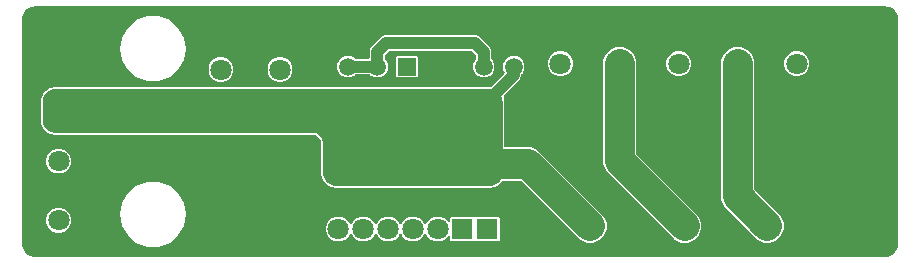
<source format=gbr>
G04 EAGLE Gerber RS-274X export*
G75*
%MOMM*%
%FSLAX34Y34*%
%LPD*%
%INTop Copper*%
%IPPOS*%
%AMOC8*
5,1,8,0,0,1.08239X$1,22.5*%
G01*
%ADD10R,1.800000X1.800000*%
%ADD11C,1.800000*%
%ADD12C,2.250000*%
%ADD13R,1.508000X1.508000*%
%ADD14C,1.508000*%
%ADD15C,2.500000*%
%ADD16C,1.000000*%

G36*
X735046Y-105993D02*
X735046Y-105993D01*
X735087Y-105995D01*
X736824Y-105844D01*
X736918Y-105822D01*
X736995Y-105813D01*
X738679Y-105362D01*
X738768Y-105324D01*
X738843Y-105303D01*
X740422Y-104566D01*
X740503Y-104513D01*
X740573Y-104479D01*
X742001Y-103479D01*
X742072Y-103413D01*
X742134Y-103367D01*
X743367Y-102134D01*
X743425Y-102057D01*
X743479Y-102001D01*
X744479Y-100573D01*
X744518Y-100495D01*
X744563Y-100428D01*
X744563Y-100427D01*
X744566Y-100422D01*
X745303Y-98843D01*
X745331Y-98750D01*
X745362Y-98679D01*
X745813Y-96995D01*
X745825Y-96899D01*
X745844Y-96824D01*
X745995Y-95087D01*
X745993Y-95041D01*
X745999Y-95000D01*
X745999Y95000D01*
X745993Y95046D01*
X745995Y95087D01*
X745844Y96824D01*
X745822Y96918D01*
X745813Y96995D01*
X745362Y98679D01*
X745324Y98768D01*
X745303Y98843D01*
X744566Y100422D01*
X744513Y100503D01*
X744479Y100573D01*
X743479Y102001D01*
X743413Y102072D01*
X743367Y102134D01*
X742134Y103367D01*
X742057Y103425D01*
X742001Y103479D01*
X740573Y104479D01*
X740487Y104523D01*
X740422Y104566D01*
X738843Y105303D01*
X738750Y105331D01*
X738679Y105362D01*
X736995Y105813D01*
X736899Y105825D01*
X736824Y105844D01*
X735087Y105995D01*
X735041Y105993D01*
X735000Y105999D01*
X15000Y105999D01*
X14954Y105993D01*
X14913Y105995D01*
X13176Y105844D01*
X13082Y105822D01*
X13005Y105813D01*
X11321Y105362D01*
X11232Y105324D01*
X11158Y105303D01*
X9578Y104566D01*
X9497Y104513D01*
X9427Y104479D01*
X7999Y103479D01*
X7928Y103413D01*
X7866Y103367D01*
X6633Y102134D01*
X6575Y102057D01*
X6521Y102001D01*
X5521Y100573D01*
X5477Y100487D01*
X5434Y100422D01*
X5363Y100270D01*
X4897Y99271D01*
X4697Y98843D01*
X4669Y98750D01*
X4638Y98679D01*
X4187Y96995D01*
X4175Y96899D01*
X4157Y96824D01*
X4005Y95087D01*
X4007Y95041D01*
X4001Y95000D01*
X4001Y-95000D01*
X4007Y-95046D01*
X4005Y-95087D01*
X4157Y-96824D01*
X4178Y-96918D01*
X4187Y-96995D01*
X4638Y-98679D01*
X4676Y-98768D01*
X4697Y-98843D01*
X5434Y-100422D01*
X5487Y-100503D01*
X5521Y-100573D01*
X6521Y-102001D01*
X6587Y-102072D01*
X6633Y-102134D01*
X7866Y-103367D01*
X7943Y-103425D01*
X7999Y-103479D01*
X9427Y-104479D01*
X9513Y-104523D01*
X9578Y-104566D01*
X11158Y-105303D01*
X11250Y-105331D01*
X11321Y-105362D01*
X13005Y-105813D01*
X13101Y-105825D01*
X13176Y-105844D01*
X14913Y-105995D01*
X14959Y-105993D01*
X15000Y-105999D01*
X735000Y-105999D01*
X735046Y-105993D01*
G37*
%LPC*%
G36*
X482210Y-94025D02*
X482210Y-94025D01*
X477056Y-91890D01*
X426983Y-41817D01*
X426907Y-41760D01*
X426835Y-41695D01*
X426794Y-41675D01*
X426758Y-41648D01*
X426668Y-41614D01*
X426581Y-41572D01*
X426539Y-41566D01*
X426494Y-41549D01*
X426366Y-41539D01*
X426277Y-41525D01*
X411372Y-41525D01*
X411244Y-41543D01*
X411116Y-41558D01*
X411105Y-41563D01*
X411092Y-41565D01*
X410975Y-41617D01*
X410856Y-41668D01*
X410847Y-41676D01*
X410835Y-41681D01*
X410738Y-41764D01*
X410638Y-41846D01*
X410631Y-41856D01*
X410621Y-41864D01*
X410467Y-42100D01*
X410466Y-42101D01*
X410466Y-42102D01*
X410424Y-42191D01*
X410392Y-42222D01*
X410377Y-42250D01*
X410356Y-42273D01*
X410327Y-42331D01*
X409664Y-42995D01*
X409606Y-43072D01*
X409552Y-43129D01*
X409017Y-43892D01*
X408980Y-43917D01*
X408960Y-43942D01*
X408936Y-43961D01*
X408898Y-44013D01*
X408129Y-44552D01*
X408058Y-44618D01*
X407995Y-44664D01*
X407336Y-45323D01*
X407295Y-45341D01*
X407271Y-45362D01*
X407244Y-45376D01*
X407197Y-45421D01*
X406346Y-45818D01*
X406265Y-45871D01*
X406196Y-45905D01*
X405432Y-46440D01*
X405389Y-46451D01*
X405362Y-46467D01*
X405332Y-46477D01*
X405278Y-46513D01*
X404372Y-46756D01*
X404283Y-46794D01*
X404208Y-46815D01*
X403363Y-47209D01*
X403318Y-47213D01*
X403289Y-47224D01*
X403258Y-47228D01*
X403199Y-47254D01*
X402264Y-47336D01*
X402169Y-47358D01*
X402092Y-47367D01*
X401337Y-47569D01*
X401328Y-47567D01*
X401293Y-47553D01*
X401146Y-47539D01*
X401055Y-47525D01*
X400154Y-47525D01*
X400108Y-47531D01*
X400067Y-47529D01*
X399123Y-47611D01*
X399120Y-47610D01*
X399069Y-47595D01*
X399022Y-47572D01*
X398944Y-47560D01*
X398849Y-47533D01*
X398777Y-47534D01*
X398717Y-47525D01*
X271283Y-47525D01*
X271230Y-47532D01*
X271178Y-47530D01*
X271091Y-47552D01*
X271003Y-47565D01*
X270955Y-47586D01*
X270904Y-47599D01*
X270883Y-47612D01*
X269933Y-47529D01*
X269887Y-47531D01*
X269846Y-47525D01*
X268945Y-47525D01*
X268839Y-47540D01*
X268733Y-47548D01*
X268702Y-47559D01*
X268665Y-47565D01*
X268659Y-47568D01*
X267908Y-47367D01*
X267812Y-47355D01*
X267736Y-47336D01*
X266808Y-47255D01*
X266768Y-47236D01*
X266737Y-47231D01*
X266708Y-47219D01*
X266643Y-47212D01*
X265792Y-46815D01*
X265700Y-46787D01*
X265628Y-46756D01*
X264728Y-46515D01*
X264692Y-46488D01*
X264662Y-46478D01*
X264636Y-46461D01*
X264573Y-46444D01*
X263804Y-45905D01*
X263718Y-45861D01*
X263654Y-45818D01*
X262809Y-45424D01*
X262778Y-45392D01*
X262750Y-45377D01*
X262727Y-45356D01*
X262669Y-45327D01*
X262005Y-44664D01*
X261928Y-44606D01*
X261871Y-44552D01*
X261108Y-44017D01*
X261083Y-43980D01*
X261058Y-43960D01*
X261039Y-43936D01*
X260987Y-43898D01*
X260448Y-43129D01*
X260382Y-43058D01*
X260336Y-42995D01*
X259677Y-42336D01*
X259659Y-42295D01*
X259638Y-42271D01*
X259624Y-42244D01*
X259579Y-42197D01*
X259182Y-41346D01*
X259129Y-41265D01*
X259095Y-41196D01*
X258560Y-40432D01*
X258549Y-40389D01*
X258533Y-40362D01*
X258523Y-40332D01*
X258487Y-40278D01*
X258244Y-39371D01*
X258206Y-39283D01*
X258185Y-39208D01*
X257791Y-38363D01*
X257787Y-38318D01*
X257776Y-38289D01*
X257772Y-38258D01*
X257746Y-38199D01*
X257664Y-37264D01*
X257642Y-37169D01*
X257633Y-37092D01*
X257431Y-36337D01*
X257433Y-36327D01*
X257447Y-36293D01*
X257451Y-36245D01*
X257463Y-36206D01*
X257464Y-36125D01*
X257475Y-36055D01*
X257475Y-35154D01*
X257469Y-35108D01*
X257471Y-35067D01*
X257389Y-34123D01*
X257390Y-34120D01*
X257405Y-34069D01*
X257428Y-34022D01*
X257440Y-33944D01*
X257467Y-33849D01*
X257466Y-33777D01*
X257475Y-33717D01*
X257475Y-10154D01*
X257469Y-10108D01*
X257471Y-10067D01*
X257360Y-8791D01*
X257338Y-8696D01*
X257330Y-8619D01*
X257038Y-7531D01*
X257000Y-7442D01*
X256978Y-7367D01*
X256502Y-6346D01*
X256450Y-6265D01*
X256415Y-6196D01*
X255769Y-5273D01*
X255703Y-5202D01*
X255657Y-5139D01*
X254861Y-4343D01*
X254783Y-4285D01*
X254727Y-4231D01*
X253804Y-3585D01*
X253718Y-3541D01*
X253654Y-3498D01*
X252633Y-3022D01*
X252540Y-2993D01*
X252469Y-2962D01*
X251381Y-2670D01*
X251285Y-2659D01*
X251209Y-2640D01*
X249933Y-2529D01*
X249887Y-2531D01*
X249846Y-2525D01*
X33783Y-2525D01*
X33730Y-2532D01*
X33678Y-2530D01*
X33591Y-2552D01*
X33503Y-2565D01*
X33455Y-2586D01*
X33404Y-2599D01*
X33383Y-2612D01*
X32433Y-2529D01*
X32387Y-2531D01*
X32346Y-2525D01*
X31445Y-2525D01*
X31339Y-2540D01*
X31233Y-2548D01*
X31202Y-2559D01*
X31165Y-2565D01*
X31159Y-2568D01*
X30408Y-2367D01*
X30312Y-2355D01*
X30236Y-2336D01*
X29308Y-2255D01*
X29268Y-2236D01*
X29237Y-2231D01*
X29208Y-2219D01*
X29143Y-2212D01*
X28292Y-1815D01*
X28200Y-1787D01*
X28128Y-1756D01*
X27228Y-1515D01*
X27192Y-1488D01*
X27162Y-1478D01*
X27136Y-1461D01*
X27073Y-1444D01*
X26304Y-905D01*
X26218Y-861D01*
X26154Y-818D01*
X25309Y-424D01*
X25278Y-392D01*
X25250Y-377D01*
X25227Y-356D01*
X25169Y-327D01*
X24505Y336D01*
X24428Y394D01*
X24371Y448D01*
X23608Y983D01*
X23583Y1020D01*
X23558Y1040D01*
X23539Y1064D01*
X23487Y1102D01*
X22948Y1871D01*
X22882Y1942D01*
X22836Y2005D01*
X22177Y2664D01*
X22159Y2705D01*
X22138Y2729D01*
X22124Y2756D01*
X22079Y2803D01*
X21682Y3654D01*
X21629Y3735D01*
X21595Y3804D01*
X21060Y4568D01*
X21049Y4611D01*
X21033Y4638D01*
X21023Y4668D01*
X20987Y4722D01*
X20744Y5628D01*
X20706Y5717D01*
X20685Y5792D01*
X20291Y6637D01*
X20287Y6682D01*
X20276Y6711D01*
X20272Y6742D01*
X20246Y6801D01*
X20164Y7736D01*
X20142Y7831D01*
X20133Y7908D01*
X19931Y8663D01*
X19933Y8672D01*
X19947Y8707D01*
X19961Y8854D01*
X19975Y8945D01*
X19975Y9846D01*
X19969Y9892D01*
X19971Y9933D01*
X19889Y10877D01*
X19890Y10880D01*
X19905Y10931D01*
X19928Y10978D01*
X19940Y11056D01*
X19967Y11151D01*
X19966Y11223D01*
X19975Y11283D01*
X19975Y23717D01*
X19968Y23770D01*
X19970Y23822D01*
X19948Y23909D01*
X19935Y23997D01*
X19914Y24045D01*
X19901Y24096D01*
X19888Y24117D01*
X19971Y25067D01*
X19969Y25113D01*
X19975Y25154D01*
X19975Y26055D01*
X19960Y26161D01*
X19952Y26267D01*
X19941Y26298D01*
X19935Y26335D01*
X19932Y26341D01*
X20133Y27092D01*
X20145Y27188D01*
X20164Y27264D01*
X20245Y28192D01*
X20264Y28232D01*
X20269Y28263D01*
X20281Y28292D01*
X20288Y28357D01*
X20343Y28475D01*
X20343Y28476D01*
X20685Y29208D01*
X20713Y29300D01*
X20744Y29371D01*
X20985Y30272D01*
X21012Y30308D01*
X21022Y30338D01*
X21039Y30364D01*
X21056Y30427D01*
X21595Y31196D01*
X21639Y31282D01*
X21682Y31346D01*
X21741Y31473D01*
X21741Y31474D01*
X22076Y32191D01*
X22108Y32222D01*
X22123Y32250D01*
X22144Y32273D01*
X22173Y32331D01*
X22836Y32995D01*
X22894Y33072D01*
X22948Y33129D01*
X23483Y33892D01*
X23520Y33917D01*
X23540Y33942D01*
X23564Y33961D01*
X23602Y34013D01*
X24371Y34552D01*
X24442Y34618D01*
X24505Y34664D01*
X25164Y35323D01*
X25205Y35341D01*
X25229Y35362D01*
X25256Y35376D01*
X25303Y35421D01*
X26154Y35818D01*
X26235Y35871D01*
X26304Y35905D01*
X27068Y36440D01*
X27111Y36451D01*
X27138Y36467D01*
X27168Y36477D01*
X27222Y36513D01*
X28129Y36756D01*
X28217Y36794D01*
X28292Y36815D01*
X29137Y37209D01*
X29182Y37213D01*
X29211Y37224D01*
X29242Y37228D01*
X29301Y37254D01*
X30236Y37336D01*
X30331Y37358D01*
X30408Y37367D01*
X31163Y37569D01*
X31172Y37567D01*
X31207Y37553D01*
X31354Y37539D01*
X31445Y37525D01*
X32346Y37525D01*
X32392Y37531D01*
X32433Y37529D01*
X33377Y37611D01*
X33380Y37610D01*
X33431Y37595D01*
X33478Y37572D01*
X33556Y37560D01*
X33651Y37533D01*
X33723Y37534D01*
X33783Y37525D01*
X398717Y37525D01*
X398770Y37532D01*
X398822Y37530D01*
X398909Y37552D01*
X398997Y37565D01*
X399045Y37586D01*
X399096Y37599D01*
X399117Y37612D01*
X400067Y37529D01*
X400113Y37531D01*
X400154Y37525D01*
X400383Y37525D01*
X400478Y37538D01*
X400575Y37543D01*
X400618Y37558D01*
X400663Y37565D01*
X400750Y37604D01*
X400841Y37636D01*
X400875Y37661D01*
X400920Y37681D01*
X401017Y37764D01*
X401090Y37817D01*
X412367Y49094D01*
X412373Y49102D01*
X412380Y49108D01*
X412457Y49215D01*
X412536Y49320D01*
X412540Y49329D01*
X412545Y49336D01*
X412589Y49460D01*
X412636Y49584D01*
X412637Y49593D01*
X412640Y49602D01*
X412647Y49734D01*
X412658Y49865D01*
X412656Y49874D01*
X412656Y49884D01*
X412638Y49959D01*
X412600Y50141D01*
X412589Y50162D01*
X412584Y50183D01*
X411335Y53197D01*
X411335Y56803D01*
X412715Y60135D01*
X415265Y62685D01*
X418597Y64065D01*
X422203Y64065D01*
X425535Y62685D01*
X428085Y60135D01*
X429465Y56803D01*
X429465Y53197D01*
X428085Y49865D01*
X427217Y48998D01*
X427160Y48921D01*
X427095Y48850D01*
X427075Y48809D01*
X427048Y48772D01*
X427014Y48682D01*
X426972Y48596D01*
X426966Y48554D01*
X426949Y48509D01*
X426939Y48381D01*
X426925Y48291D01*
X426925Y46602D01*
X425931Y44204D01*
X412030Y30303D01*
X412011Y30278D01*
X411987Y30257D01*
X411927Y30165D01*
X411861Y30077D01*
X411850Y30048D01*
X411833Y30022D01*
X411800Y29916D01*
X411761Y29813D01*
X411759Y29782D01*
X411750Y29752D01*
X411748Y29642D01*
X411740Y29532D01*
X411746Y29502D01*
X411746Y29470D01*
X411771Y29383D01*
X411797Y29256D01*
X411820Y29214D01*
X411831Y29174D01*
X412209Y28363D01*
X412213Y28318D01*
X412224Y28289D01*
X412228Y28258D01*
X412254Y28199D01*
X412336Y27264D01*
X412358Y27169D01*
X412367Y27092D01*
X412569Y26337D01*
X412567Y26328D01*
X412553Y26293D01*
X412539Y26146D01*
X412525Y26055D01*
X412525Y25154D01*
X412531Y25108D01*
X412529Y25067D01*
X412611Y24123D01*
X412610Y24120D01*
X412595Y24069D01*
X412572Y24022D01*
X412560Y23944D01*
X412533Y23849D01*
X412534Y23777D01*
X412525Y23717D01*
X412525Y-12476D01*
X412534Y-12540D01*
X412533Y-12604D01*
X412554Y-12679D01*
X412565Y-12755D01*
X412591Y-12814D01*
X412608Y-12876D01*
X412649Y-12942D01*
X412681Y-13012D01*
X412723Y-13061D01*
X412756Y-13116D01*
X412814Y-13168D01*
X412864Y-13226D01*
X412918Y-13262D01*
X412966Y-13305D01*
X413035Y-13338D01*
X413100Y-13381D01*
X413162Y-13400D01*
X413219Y-13428D01*
X413289Y-13439D01*
X413370Y-13463D01*
X413455Y-13464D01*
X413524Y-13475D01*
X435290Y-13475D01*
X440444Y-15610D01*
X444530Y-19696D01*
X496890Y-72056D01*
X499025Y-77210D01*
X499025Y-82790D01*
X496890Y-87944D01*
X492944Y-91890D01*
X487790Y-94025D01*
X482210Y-94025D01*
G37*
%LPD*%
G36*
X400046Y-45993D02*
X400046Y-45993D01*
X400087Y-45995D01*
X401824Y-45844D01*
X401918Y-45822D01*
X401995Y-45813D01*
X403679Y-45362D01*
X403768Y-45324D01*
X403843Y-45303D01*
X405422Y-44566D01*
X405503Y-44513D01*
X405573Y-44479D01*
X407001Y-43479D01*
X407072Y-43413D01*
X407134Y-43367D01*
X408367Y-42134D01*
X408425Y-42057D01*
X408479Y-42001D01*
X409479Y-40573D01*
X409518Y-40495D01*
X409563Y-40428D01*
X409563Y-40427D01*
X409566Y-40422D01*
X410303Y-38843D01*
X410331Y-38750D01*
X410362Y-38679D01*
X410813Y-36995D01*
X410825Y-36899D01*
X410844Y-36824D01*
X410995Y-35087D01*
X410993Y-35041D01*
X410999Y-35000D01*
X410999Y25000D01*
X410993Y25046D01*
X410995Y25087D01*
X410844Y26824D01*
X410822Y26918D01*
X410813Y26995D01*
X410362Y28679D01*
X410324Y28768D01*
X410303Y28843D01*
X409566Y30422D01*
X409513Y30503D01*
X409479Y30573D01*
X408479Y32001D01*
X408413Y32072D01*
X408367Y32134D01*
X407134Y33367D01*
X407057Y33425D01*
X407001Y33479D01*
X405573Y34479D01*
X405487Y34523D01*
X405422Y34566D01*
X403843Y35303D01*
X403750Y35331D01*
X403679Y35362D01*
X401995Y35813D01*
X401899Y35825D01*
X401824Y35844D01*
X400087Y35995D01*
X400041Y35993D01*
X400000Y35999D01*
X32500Y35999D01*
X32454Y35993D01*
X32413Y35995D01*
X30676Y35844D01*
X30582Y35822D01*
X30505Y35813D01*
X28821Y35362D01*
X28732Y35324D01*
X28658Y35303D01*
X27078Y34566D01*
X26997Y34513D01*
X26927Y34479D01*
X25499Y33479D01*
X25428Y33413D01*
X25366Y33367D01*
X24133Y32134D01*
X24075Y32057D01*
X24021Y32001D01*
X23021Y30573D01*
X22977Y30487D01*
X22934Y30422D01*
X22909Y30368D01*
X22909Y30367D01*
X22443Y29369D01*
X22443Y29368D01*
X22197Y28843D01*
X22169Y28750D01*
X22138Y28679D01*
X21687Y26995D01*
X21675Y26899D01*
X21657Y26824D01*
X21505Y25087D01*
X21507Y25041D01*
X21501Y25000D01*
X21501Y10000D01*
X21507Y9954D01*
X21505Y9913D01*
X21657Y8176D01*
X21678Y8082D01*
X21687Y8005D01*
X22138Y6321D01*
X22176Y6232D01*
X22197Y6158D01*
X22934Y4578D01*
X22987Y4497D01*
X23021Y4427D01*
X24021Y2999D01*
X24087Y2928D01*
X24133Y2866D01*
X25366Y1633D01*
X25443Y1575D01*
X25499Y1521D01*
X26927Y521D01*
X27013Y477D01*
X27078Y434D01*
X28658Y-303D01*
X28750Y-331D01*
X28821Y-362D01*
X30505Y-813D01*
X30601Y-825D01*
X30676Y-844D01*
X32413Y-995D01*
X32459Y-993D01*
X32500Y-999D01*
X249956Y-999D01*
X251562Y-1140D01*
X253077Y-1546D01*
X254498Y-2208D01*
X255783Y-3108D01*
X256892Y-4217D01*
X257792Y-5502D01*
X258454Y-6923D01*
X258860Y-8438D01*
X259001Y-10044D01*
X259001Y-35000D01*
X259007Y-35046D01*
X259005Y-35087D01*
X259157Y-36824D01*
X259178Y-36918D01*
X259187Y-36995D01*
X259638Y-38679D01*
X259676Y-38768D01*
X259697Y-38843D01*
X260434Y-40422D01*
X260487Y-40503D01*
X260521Y-40573D01*
X261521Y-42001D01*
X261587Y-42072D01*
X261633Y-42134D01*
X262866Y-43367D01*
X262943Y-43425D01*
X262999Y-43479D01*
X264427Y-44479D01*
X264513Y-44523D01*
X264578Y-44566D01*
X266158Y-45303D01*
X266250Y-45331D01*
X266321Y-45362D01*
X268005Y-45813D01*
X268101Y-45825D01*
X268176Y-45844D01*
X269913Y-45995D01*
X269959Y-45993D01*
X270000Y-45999D01*
X400000Y-45999D01*
X400046Y-45993D01*
G37*
%LPC*%
G36*
X562210Y-94025D02*
X562210Y-94025D01*
X557056Y-91890D01*
X498110Y-32944D01*
X495975Y-27790D01*
X495975Y60290D01*
X498110Y65444D01*
X502056Y69390D01*
X507210Y71525D01*
X512790Y71525D01*
X517944Y69390D01*
X521890Y65444D01*
X524025Y60290D01*
X524025Y-18777D01*
X524038Y-18872D01*
X524043Y-18968D01*
X524058Y-19011D01*
X524065Y-19056D01*
X524104Y-19144D01*
X524136Y-19234D01*
X524161Y-19269D01*
X524181Y-19313D01*
X524264Y-19410D01*
X524317Y-19483D01*
X576890Y-72056D01*
X579025Y-77210D01*
X579025Y-82790D01*
X576890Y-87944D01*
X572944Y-91890D01*
X567790Y-94025D01*
X562210Y-94025D01*
G37*
%LPD*%
%LPC*%
G36*
X632210Y-94025D02*
X632210Y-94025D01*
X627056Y-91890D01*
X598110Y-62944D01*
X595975Y-57790D01*
X595975Y60290D01*
X598110Y65444D01*
X602056Y69390D01*
X607210Y71525D01*
X612790Y71525D01*
X617944Y69390D01*
X621890Y65444D01*
X624025Y60290D01*
X624025Y-48777D01*
X624038Y-48872D01*
X624043Y-48968D01*
X624058Y-49011D01*
X624065Y-49056D01*
X624104Y-49144D01*
X624136Y-49234D01*
X624161Y-49269D01*
X624181Y-49313D01*
X624264Y-49410D01*
X624317Y-49483D01*
X646890Y-72056D01*
X649025Y-77210D01*
X649025Y-82790D01*
X646890Y-87944D01*
X642944Y-91890D01*
X637790Y-94025D01*
X632210Y-94025D01*
G37*
%LPD*%
%LPC*%
G36*
X269907Y-93025D02*
X269907Y-93025D01*
X266038Y-91422D01*
X263078Y-88462D01*
X261475Y-84594D01*
X261475Y-80407D01*
X263078Y-76538D01*
X266038Y-73578D01*
X269907Y-71975D01*
X274093Y-71975D01*
X277962Y-73578D01*
X280922Y-76538D01*
X281577Y-78118D01*
X281593Y-78146D01*
X281603Y-78176D01*
X281665Y-78267D01*
X281720Y-78361D01*
X281744Y-78383D01*
X281762Y-78409D01*
X281846Y-78479D01*
X281926Y-78554D01*
X281955Y-78568D01*
X281980Y-78589D01*
X282080Y-78632D01*
X282178Y-78681D01*
X282209Y-78687D01*
X282239Y-78700D01*
X282347Y-78714D01*
X282455Y-78734D01*
X282487Y-78731D01*
X282519Y-78735D01*
X282627Y-78717D01*
X282735Y-78707D01*
X282765Y-78695D01*
X282797Y-78690D01*
X282896Y-78643D01*
X282997Y-78602D01*
X283023Y-78582D01*
X283052Y-78569D01*
X283134Y-78496D01*
X283220Y-78429D01*
X283239Y-78403D01*
X283263Y-78381D01*
X283310Y-78304D01*
X283385Y-78200D01*
X283401Y-78154D01*
X283423Y-78118D01*
X284078Y-76538D01*
X287038Y-73578D01*
X290907Y-71975D01*
X295093Y-71975D01*
X298962Y-73578D01*
X301922Y-76538D01*
X302577Y-78118D01*
X302593Y-78146D01*
X302603Y-78176D01*
X302665Y-78267D01*
X302720Y-78361D01*
X302744Y-78383D01*
X302762Y-78409D01*
X302847Y-78479D01*
X302926Y-78554D01*
X302955Y-78568D01*
X302980Y-78589D01*
X303080Y-78632D01*
X303178Y-78681D01*
X303209Y-78687D01*
X303239Y-78700D01*
X303347Y-78714D01*
X303455Y-78734D01*
X303487Y-78731D01*
X303519Y-78735D01*
X303627Y-78717D01*
X303735Y-78707D01*
X303765Y-78695D01*
X303797Y-78690D01*
X303896Y-78643D01*
X303997Y-78602D01*
X304023Y-78582D01*
X304052Y-78569D01*
X304134Y-78496D01*
X304220Y-78429D01*
X304239Y-78403D01*
X304263Y-78381D01*
X304310Y-78304D01*
X304385Y-78200D01*
X304401Y-78154D01*
X304423Y-78118D01*
X305078Y-76538D01*
X308038Y-73578D01*
X311907Y-71975D01*
X316093Y-71975D01*
X319962Y-73578D01*
X322922Y-76538D01*
X323577Y-78118D01*
X323593Y-78146D01*
X323603Y-78176D01*
X323665Y-78267D01*
X323720Y-78361D01*
X323744Y-78383D01*
X323762Y-78409D01*
X323846Y-78479D01*
X323926Y-78554D01*
X323955Y-78568D01*
X323980Y-78589D01*
X324080Y-78632D01*
X324178Y-78681D01*
X324209Y-78687D01*
X324239Y-78700D01*
X324347Y-78714D01*
X324455Y-78734D01*
X324487Y-78731D01*
X324519Y-78735D01*
X324627Y-78717D01*
X324735Y-78707D01*
X324765Y-78695D01*
X324797Y-78690D01*
X324896Y-78643D01*
X324997Y-78602D01*
X325023Y-78582D01*
X325052Y-78569D01*
X325134Y-78496D01*
X325220Y-78429D01*
X325239Y-78403D01*
X325263Y-78381D01*
X325310Y-78304D01*
X325385Y-78200D01*
X325401Y-78154D01*
X325423Y-78118D01*
X326078Y-76538D01*
X329038Y-73578D01*
X332907Y-71975D01*
X337093Y-71975D01*
X340962Y-73578D01*
X343922Y-76538D01*
X344577Y-78118D01*
X344593Y-78146D01*
X344603Y-78176D01*
X344665Y-78267D01*
X344720Y-78361D01*
X344744Y-78383D01*
X344762Y-78409D01*
X344847Y-78479D01*
X344926Y-78554D01*
X344955Y-78568D01*
X344980Y-78589D01*
X345080Y-78632D01*
X345178Y-78681D01*
X345209Y-78687D01*
X345239Y-78700D01*
X345347Y-78714D01*
X345455Y-78734D01*
X345487Y-78731D01*
X345519Y-78735D01*
X345627Y-78717D01*
X345735Y-78707D01*
X345765Y-78695D01*
X345797Y-78690D01*
X345896Y-78643D01*
X345997Y-78602D01*
X346023Y-78582D01*
X346052Y-78569D01*
X346134Y-78496D01*
X346220Y-78429D01*
X346239Y-78403D01*
X346263Y-78381D01*
X346310Y-78304D01*
X346385Y-78200D01*
X346401Y-78154D01*
X346423Y-78118D01*
X347078Y-76538D01*
X350038Y-73578D01*
X353907Y-71975D01*
X358093Y-71975D01*
X361962Y-73578D01*
X364769Y-76385D01*
X364795Y-76405D01*
X364816Y-76429D01*
X364908Y-76489D01*
X364995Y-76555D01*
X365025Y-76566D01*
X365052Y-76584D01*
X365157Y-76615D01*
X365259Y-76654D01*
X365291Y-76657D01*
X365322Y-76666D01*
X365431Y-76667D01*
X365540Y-76676D01*
X365572Y-76669D01*
X365604Y-76670D01*
X365709Y-76640D01*
X365816Y-76618D01*
X365845Y-76603D01*
X365876Y-76594D01*
X365969Y-76537D01*
X366065Y-76486D01*
X366088Y-76463D01*
X366116Y-76446D01*
X366189Y-76365D01*
X366267Y-76289D01*
X366283Y-76261D01*
X366305Y-76237D01*
X366352Y-76139D01*
X366406Y-76044D01*
X366414Y-76012D01*
X366428Y-75983D01*
X366442Y-75894D01*
X366471Y-75769D01*
X366469Y-75721D01*
X366475Y-75679D01*
X366475Y-72868D01*
X367368Y-71975D01*
X386632Y-71975D01*
X386793Y-72137D01*
X386845Y-72176D01*
X386890Y-72222D01*
X386957Y-72260D01*
X387019Y-72306D01*
X387079Y-72329D01*
X387135Y-72361D01*
X387210Y-72379D01*
X387283Y-72406D01*
X387347Y-72411D01*
X387410Y-72426D01*
X387487Y-72422D01*
X387564Y-72428D01*
X387627Y-72415D01*
X387691Y-72411D01*
X387764Y-72386D01*
X387840Y-72370D01*
X387897Y-72340D01*
X387958Y-72319D01*
X388014Y-72277D01*
X388089Y-72238D01*
X388150Y-72179D01*
X388207Y-72137D01*
X388368Y-71975D01*
X407632Y-71975D01*
X408525Y-72868D01*
X408525Y-92132D01*
X407632Y-93025D01*
X388368Y-93025D01*
X388207Y-92863D01*
X388155Y-92824D01*
X388110Y-92778D01*
X388043Y-92740D01*
X387981Y-92694D01*
X387921Y-92671D01*
X387865Y-92639D01*
X387790Y-92621D01*
X387717Y-92594D01*
X387653Y-92589D01*
X387591Y-92574D01*
X387513Y-92578D01*
X387436Y-92572D01*
X387373Y-92585D01*
X387309Y-92589D01*
X387236Y-92614D01*
X387160Y-92630D01*
X387103Y-92660D01*
X387042Y-92681D01*
X386986Y-92723D01*
X386911Y-92762D01*
X386850Y-92822D01*
X386793Y-92863D01*
X386632Y-93025D01*
X367368Y-93025D01*
X366475Y-92132D01*
X366475Y-89321D01*
X366471Y-89289D01*
X366473Y-89257D01*
X366451Y-89150D01*
X366435Y-89042D01*
X366422Y-89013D01*
X366416Y-88981D01*
X366364Y-88885D01*
X366319Y-88785D01*
X366298Y-88761D01*
X366283Y-88732D01*
X366207Y-88654D01*
X366136Y-88571D01*
X366109Y-88553D01*
X366086Y-88530D01*
X365991Y-88476D01*
X365900Y-88416D01*
X365869Y-88407D01*
X365841Y-88391D01*
X365735Y-88366D01*
X365630Y-88334D01*
X365598Y-88334D01*
X365567Y-88326D01*
X365457Y-88332D01*
X365348Y-88330D01*
X365317Y-88339D01*
X365285Y-88341D01*
X365182Y-88376D01*
X365076Y-88406D01*
X365049Y-88422D01*
X365018Y-88433D01*
X364945Y-88486D01*
X364836Y-88554D01*
X364804Y-88590D01*
X364769Y-88615D01*
X361962Y-91422D01*
X358093Y-93025D01*
X353907Y-93025D01*
X350038Y-91422D01*
X347078Y-88462D01*
X346423Y-86882D01*
X346407Y-86854D01*
X346397Y-86824D01*
X346335Y-86733D01*
X346280Y-86639D01*
X346256Y-86617D01*
X346238Y-86591D01*
X346154Y-86521D01*
X346074Y-86446D01*
X346045Y-86432D01*
X346020Y-86411D01*
X345920Y-86368D01*
X345822Y-86319D01*
X345791Y-86313D01*
X345761Y-86300D01*
X345653Y-86286D01*
X345545Y-86266D01*
X345513Y-86269D01*
X345481Y-86265D01*
X345373Y-86283D01*
X345265Y-86293D01*
X345235Y-86305D01*
X345203Y-86310D01*
X345104Y-86357D01*
X345003Y-86398D01*
X344977Y-86418D01*
X344948Y-86431D01*
X344866Y-86504D01*
X344780Y-86571D01*
X344761Y-86597D01*
X344737Y-86619D01*
X344690Y-86696D01*
X344615Y-86800D01*
X344599Y-86846D01*
X344577Y-86882D01*
X343922Y-88462D01*
X340962Y-91422D01*
X337093Y-93025D01*
X332907Y-93025D01*
X329038Y-91422D01*
X326078Y-88462D01*
X325423Y-86882D01*
X325407Y-86854D01*
X325397Y-86824D01*
X325335Y-86733D01*
X325280Y-86639D01*
X325256Y-86617D01*
X325238Y-86591D01*
X325153Y-86521D01*
X325074Y-86446D01*
X325045Y-86432D01*
X325020Y-86411D01*
X324920Y-86368D01*
X324822Y-86319D01*
X324791Y-86313D01*
X324761Y-86300D01*
X324653Y-86286D01*
X324545Y-86266D01*
X324513Y-86269D01*
X324481Y-86265D01*
X324373Y-86283D01*
X324265Y-86293D01*
X324235Y-86305D01*
X324203Y-86310D01*
X324104Y-86357D01*
X324003Y-86398D01*
X323977Y-86418D01*
X323948Y-86431D01*
X323866Y-86504D01*
X323780Y-86571D01*
X323761Y-86597D01*
X323737Y-86619D01*
X323690Y-86696D01*
X323615Y-86800D01*
X323599Y-86846D01*
X323577Y-86882D01*
X322922Y-88462D01*
X319962Y-91422D01*
X316093Y-93025D01*
X311907Y-93025D01*
X308038Y-91422D01*
X305078Y-88462D01*
X304423Y-86882D01*
X304407Y-86854D01*
X304397Y-86824D01*
X304335Y-86733D01*
X304280Y-86639D01*
X304256Y-86617D01*
X304238Y-86591D01*
X304154Y-86521D01*
X304074Y-86446D01*
X304045Y-86432D01*
X304020Y-86411D01*
X303920Y-86368D01*
X303822Y-86319D01*
X303791Y-86313D01*
X303761Y-86300D01*
X303653Y-86286D01*
X303545Y-86266D01*
X303513Y-86269D01*
X303481Y-86265D01*
X303373Y-86283D01*
X303265Y-86293D01*
X303235Y-86305D01*
X303203Y-86310D01*
X303104Y-86357D01*
X303003Y-86398D01*
X302977Y-86418D01*
X302948Y-86431D01*
X302866Y-86504D01*
X302780Y-86571D01*
X302761Y-86597D01*
X302737Y-86619D01*
X302690Y-86696D01*
X302615Y-86800D01*
X302599Y-86846D01*
X302577Y-86882D01*
X301922Y-88462D01*
X298962Y-91422D01*
X295093Y-93025D01*
X290907Y-93025D01*
X287038Y-91422D01*
X284078Y-88462D01*
X283423Y-86882D01*
X283407Y-86854D01*
X283397Y-86824D01*
X283335Y-86733D01*
X283280Y-86639D01*
X283256Y-86617D01*
X283238Y-86591D01*
X283153Y-86521D01*
X283074Y-86446D01*
X283045Y-86432D01*
X283020Y-86411D01*
X282920Y-86368D01*
X282822Y-86319D01*
X282791Y-86313D01*
X282761Y-86300D01*
X282653Y-86286D01*
X282545Y-86266D01*
X282513Y-86269D01*
X282481Y-86265D01*
X282373Y-86283D01*
X282265Y-86293D01*
X282235Y-86305D01*
X282203Y-86310D01*
X282104Y-86357D01*
X282003Y-86398D01*
X281977Y-86418D01*
X281948Y-86431D01*
X281866Y-86504D01*
X281780Y-86571D01*
X281761Y-86597D01*
X281737Y-86619D01*
X281690Y-86696D01*
X281615Y-86800D01*
X281599Y-86846D01*
X281577Y-86882D01*
X280922Y-88462D01*
X277962Y-91422D01*
X274093Y-93025D01*
X269907Y-93025D01*
G37*
%LPD*%
%LPC*%
G36*
X110140Y42440D02*
X110140Y42440D01*
X101007Y45764D01*
X93562Y52011D01*
X88702Y60428D01*
X87015Y70000D01*
X88702Y79572D01*
X93562Y87989D01*
X101007Y94236D01*
X110140Y97560D01*
X119860Y97560D01*
X128993Y94236D01*
X136438Y87989D01*
X141298Y79572D01*
X142985Y70000D01*
X141298Y60428D01*
X136438Y52011D01*
X128993Y45764D01*
X119860Y42440D01*
X110140Y42440D01*
G37*
%LPD*%
%LPC*%
G36*
X110140Y-97560D02*
X110140Y-97560D01*
X101007Y-94236D01*
X93562Y-87989D01*
X88702Y-79572D01*
X87015Y-70000D01*
X88702Y-60428D01*
X93562Y-52011D01*
X101007Y-45764D01*
X110140Y-42440D01*
X119860Y-42440D01*
X128993Y-45764D01*
X136438Y-52011D01*
X141298Y-60428D01*
X142985Y-70000D01*
X141298Y-79572D01*
X136438Y-87989D01*
X128993Y-94236D01*
X119860Y-97560D01*
X110140Y-97560D01*
G37*
%LPD*%
%LPC*%
G36*
X278197Y45935D02*
X278197Y45935D01*
X274865Y47315D01*
X272315Y49865D01*
X270935Y53197D01*
X270935Y56803D01*
X272315Y60135D01*
X274865Y62685D01*
X278197Y64065D01*
X281803Y64065D01*
X285135Y62685D01*
X286002Y61817D01*
X286079Y61760D01*
X286150Y61695D01*
X286191Y61675D01*
X286228Y61648D01*
X286318Y61614D01*
X286404Y61572D01*
X286446Y61566D01*
X286491Y61549D01*
X286619Y61539D01*
X286709Y61525D01*
X297476Y61525D01*
X297540Y61534D01*
X297604Y61533D01*
X297679Y61554D01*
X297755Y61565D01*
X297814Y61591D01*
X297876Y61608D01*
X297942Y61649D01*
X298012Y61681D01*
X298061Y61723D01*
X298116Y61756D01*
X298168Y61814D01*
X298226Y61864D01*
X298262Y61918D01*
X298305Y61966D01*
X298338Y62035D01*
X298381Y62100D01*
X298400Y62162D01*
X298428Y62219D01*
X298439Y62289D01*
X298463Y62370D01*
X298464Y62455D01*
X298475Y62524D01*
X298475Y68798D01*
X299469Y71196D01*
X308804Y80531D01*
X311202Y81525D01*
X388798Y81525D01*
X391196Y80531D01*
X393172Y78556D01*
X393172Y78555D01*
X400531Y71196D01*
X401525Y68798D01*
X401525Y61709D01*
X401538Y61614D01*
X401543Y61517D01*
X401558Y61474D01*
X401565Y61429D01*
X401604Y61342D01*
X401636Y61251D01*
X401661Y61217D01*
X401681Y61172D01*
X401764Y61075D01*
X401817Y61002D01*
X402685Y60135D01*
X404065Y56803D01*
X404065Y53197D01*
X402685Y49865D01*
X400135Y47315D01*
X396803Y45935D01*
X393197Y45935D01*
X389865Y47315D01*
X387315Y49865D01*
X385935Y53197D01*
X385935Y56803D01*
X387315Y60135D01*
X388183Y61002D01*
X388240Y61079D01*
X388305Y61150D01*
X388325Y61191D01*
X388352Y61228D01*
X388386Y61318D01*
X388428Y61404D01*
X388434Y61446D01*
X388451Y61492D01*
X388461Y61619D01*
X388475Y61709D01*
X388475Y64383D01*
X388462Y64478D01*
X388457Y64575D01*
X388442Y64618D01*
X388435Y64663D01*
X388396Y64750D01*
X388364Y64841D01*
X388339Y64875D01*
X388319Y64920D01*
X388236Y65017D01*
X388183Y65090D01*
X385090Y68183D01*
X385013Y68240D01*
X384942Y68305D01*
X384901Y68325D01*
X384864Y68352D01*
X384774Y68386D01*
X384688Y68428D01*
X384646Y68434D01*
X384601Y68451D01*
X384473Y68461D01*
X384383Y68475D01*
X315617Y68475D01*
X315522Y68462D01*
X315425Y68457D01*
X315382Y68442D01*
X315337Y68435D01*
X315250Y68396D01*
X315159Y68364D01*
X315125Y68339D01*
X315080Y68319D01*
X314983Y68236D01*
X314910Y68183D01*
X311817Y65090D01*
X311760Y65013D01*
X311695Y64942D01*
X311675Y64901D01*
X311648Y64864D01*
X311614Y64774D01*
X311572Y64688D01*
X311566Y64646D01*
X311549Y64601D01*
X311539Y64473D01*
X311525Y64383D01*
X311525Y61709D01*
X311538Y61614D01*
X311543Y61517D01*
X311558Y61474D01*
X311565Y61429D01*
X311604Y61342D01*
X311636Y61251D01*
X311661Y61217D01*
X311681Y61172D01*
X311764Y61075D01*
X311817Y61002D01*
X312685Y60135D01*
X314065Y56803D01*
X314065Y53197D01*
X312685Y49865D01*
X310135Y47315D01*
X306803Y45935D01*
X303197Y45935D01*
X299865Y47315D01*
X298998Y48183D01*
X298921Y48240D01*
X298850Y48305D01*
X298809Y48325D01*
X298772Y48352D01*
X298682Y48386D01*
X298596Y48428D01*
X298554Y48434D01*
X298509Y48451D01*
X298381Y48461D01*
X298291Y48475D01*
X286709Y48475D01*
X286613Y48462D01*
X286517Y48457D01*
X286474Y48442D01*
X286429Y48435D01*
X286342Y48396D01*
X286251Y48364D01*
X286217Y48339D01*
X286172Y48319D01*
X286075Y48236D01*
X286002Y48183D01*
X285135Y47315D01*
X281803Y45935D01*
X278197Y45935D01*
G37*
%LPD*%
%LPC*%
G36*
X657907Y46975D02*
X657907Y46975D01*
X654038Y48578D01*
X651078Y51538D01*
X649475Y55406D01*
X649475Y59593D01*
X651078Y63462D01*
X654038Y66422D01*
X657907Y68025D01*
X662093Y68025D01*
X665962Y66422D01*
X668922Y63462D01*
X670525Y59593D01*
X670525Y55406D01*
X668922Y51538D01*
X665962Y48578D01*
X662093Y46975D01*
X657907Y46975D01*
G37*
%LPD*%
%LPC*%
G36*
X557907Y46975D02*
X557907Y46975D01*
X554038Y48578D01*
X551078Y51538D01*
X549475Y55406D01*
X549475Y59593D01*
X551078Y63462D01*
X554038Y66422D01*
X557907Y68025D01*
X562093Y68025D01*
X565962Y66422D01*
X568922Y63462D01*
X570525Y59593D01*
X570525Y55406D01*
X568922Y51538D01*
X565962Y48578D01*
X562093Y46975D01*
X557907Y46975D01*
G37*
%LPD*%
%LPC*%
G36*
X457907Y46975D02*
X457907Y46975D01*
X454038Y48578D01*
X451078Y51538D01*
X449475Y55406D01*
X449475Y59593D01*
X451078Y63462D01*
X454038Y66422D01*
X457907Y68025D01*
X462093Y68025D01*
X465962Y66422D01*
X468922Y63462D01*
X470525Y59593D01*
X470525Y55406D01*
X468922Y51538D01*
X465962Y48578D01*
X462093Y46975D01*
X457907Y46975D01*
G37*
%LPD*%
%LPC*%
G36*
X220407Y41975D02*
X220407Y41975D01*
X216538Y43578D01*
X213578Y46538D01*
X211975Y50406D01*
X211975Y54593D01*
X213578Y58462D01*
X216538Y61422D01*
X220407Y63025D01*
X224593Y63025D01*
X228462Y61422D01*
X231422Y58462D01*
X233025Y54593D01*
X233025Y50406D01*
X231422Y46538D01*
X228462Y43578D01*
X224593Y41975D01*
X220407Y41975D01*
G37*
%LPD*%
%LPC*%
G36*
X170407Y41975D02*
X170407Y41975D01*
X166538Y43578D01*
X163578Y46538D01*
X161975Y50406D01*
X161975Y54593D01*
X163578Y58462D01*
X166538Y61422D01*
X170407Y63025D01*
X174593Y63025D01*
X178462Y61422D01*
X181422Y58462D01*
X183025Y54593D01*
X183025Y50406D01*
X181422Y46538D01*
X178462Y43578D01*
X174593Y41975D01*
X170407Y41975D01*
G37*
%LPD*%
%LPC*%
G36*
X32907Y-35525D02*
X32907Y-35525D01*
X29038Y-33922D01*
X26078Y-30962D01*
X24475Y-27094D01*
X24475Y-22907D01*
X26078Y-19038D01*
X29038Y-16078D01*
X32907Y-14475D01*
X37093Y-14475D01*
X40962Y-16078D01*
X43922Y-19038D01*
X45525Y-22907D01*
X45525Y-27094D01*
X43922Y-30962D01*
X40962Y-33922D01*
X37093Y-35525D01*
X32907Y-35525D01*
G37*
%LPD*%
%LPC*%
G36*
X32907Y-85525D02*
X32907Y-85525D01*
X29038Y-83922D01*
X26078Y-80962D01*
X24475Y-77094D01*
X24475Y-72907D01*
X26078Y-69038D01*
X29038Y-66078D01*
X32907Y-64475D01*
X37093Y-64475D01*
X40962Y-66078D01*
X43922Y-69038D01*
X45525Y-72907D01*
X45525Y-77094D01*
X43922Y-80962D01*
X40962Y-83922D01*
X37093Y-85525D01*
X32907Y-85525D01*
G37*
%LPD*%
%LPC*%
G36*
X321828Y45935D02*
X321828Y45935D01*
X320935Y46828D01*
X320935Y63172D01*
X321828Y64065D01*
X338172Y64065D01*
X339065Y63172D01*
X339065Y46828D01*
X338172Y45935D01*
X321828Y45935D01*
G37*
%LPD*%
D10*
X398000Y-82500D03*
D11*
X356000Y-82500D03*
X314000Y-82500D03*
X272000Y-82500D03*
X398000Y-27500D03*
X356000Y-27500D03*
X314000Y-27500D03*
X272000Y-27500D03*
D12*
X485000Y-80000D03*
X565000Y-80000D03*
X635000Y-80000D03*
X715000Y-80000D03*
D13*
X330000Y55000D03*
D14*
X305000Y55000D03*
X280000Y55000D03*
D11*
X660000Y57500D03*
X710000Y57500D03*
X560000Y57500D03*
X610000Y57500D03*
X460000Y57500D03*
X510000Y57500D03*
X172500Y52500D03*
X222500Y52500D03*
X35000Y75000D03*
X35000Y25000D03*
X35000Y-25000D03*
X35000Y-75000D03*
D10*
X377000Y-82500D03*
D11*
X335000Y-82500D03*
X293000Y-82500D03*
X377000Y-27500D03*
X335000Y-27500D03*
X293000Y-27500D03*
D14*
X369600Y55000D03*
X395000Y55000D03*
X420400Y55000D03*
D15*
X432500Y-27500D02*
X485000Y-80000D01*
X432500Y-27500D02*
X398000Y-27500D01*
D16*
X420400Y47900D02*
X420400Y55000D01*
X420400Y47900D02*
X402500Y30000D01*
D15*
X610000Y-55000D02*
X635000Y-80000D01*
X610000Y-55000D02*
X610000Y57500D01*
X510000Y-25000D02*
X565000Y-80000D01*
X510000Y-25000D02*
X510000Y57500D01*
D16*
X305000Y55000D02*
X280000Y55000D01*
X395000Y55000D02*
X395000Y67500D01*
X387500Y75000D01*
X312500Y75000D01*
X305000Y67500D01*
X305000Y55000D01*
M02*

</source>
